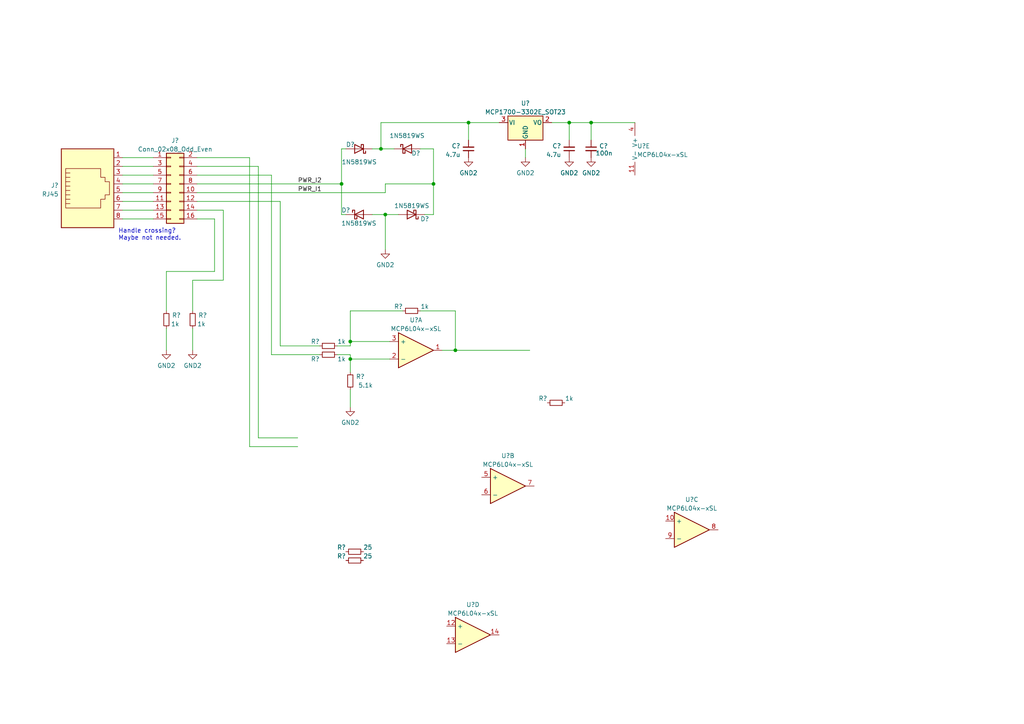
<source format=kicad_sch>
(kicad_sch (version 20211123) (generator eeschema)
  (paper "A4")
  (lib_symbols
    (symbol "Connector:RJ45" (pin_names (offset 1.016))
      (property "Reference" "J" (at -5.08 13.97 0))
      (property "Value" "RJ45" (at 2.54 13.97 0))
      (symbol "RJ45_0_1"
        (polyline (pts (xy -5.08 4.445) (xy -6.35 4.445)))
        (polyline (pts (xy -5.08 5.715) (xy -6.35 5.715)))
        (polyline (pts (xy -6.35 -3.175) (xy -5.08 -3.175) (xy -5.08 -3.175)))
        (polyline (pts (xy -6.35 -1.905) (xy -5.08 -1.905) (xy -5.08 -1.905)))
        (polyline (pts (xy -6.35 -0.635) (xy -5.08 -0.635) (xy -5.08 -0.635)))
        (polyline (pts (xy -6.35 0.635) (xy -5.08 0.635) (xy -5.08 0.635)))
        (polyline (pts (xy -6.35 1.905) (xy -5.08 1.905) (xy -5.08 1.905)))
        (polyline (pts (xy -5.08 3.175) (xy -6.35 3.175) (xy -6.35 3.175)))
        (polyline (pts (xy -6.35 -4.445) (xy -6.35 6.985) (xy 3.81 6.985) (xy 3.81 4.445) (xy 5.08 4.445) (xy 5.08 3.175) (xy 6.35 3.175) (xy 6.35 -0.635) (xy 5.08 -0.635) (xy 5.08 -1.905) (xy 3.81 -1.905) (xy 3.81 -4.445) (xy -6.35 -4.445) (xy -6.35 -4.445)))
        (rectangle (start 7.62 12.7) (end -7.62 -10.16) (stroke (width 0.254)) (fill (type background)))
      )
      (symbol "RJ45_1_1"
        (pin passive line (at 10.16 -7.62 180) (length 2.54) (name "~") (number "1"))
        (pin passive line (at 10.16 -5.08 180) (length 2.54) (name "~") (number "2"))
        (pin passive line (at 10.16 -2.54 180) (length 2.54) (name "~") (number "3"))
        (pin passive line (at 10.16 0 180) (length 2.54) (name "~") (number "4"))
        (pin passive line (at 10.16 2.54 180) (length 2.54) (name "~") (number "5"))
        (pin passive line (at 10.16 5.08 180) (length 2.54) (name "~") (number "6"))
        (pin passive line (at 10.16 7.62 180) (length 2.54) (name "~") (number "7"))
        (pin passive line (at 10.16 10.16 180) (length 2.54) (name "~") (number "8"))
      )
    )
    (symbol "Connector_Generic:Conn_02x08_Odd_Even" (pin_names (offset 1.016) hide)
      (property "Reference" "J" (at 1.27 10.16 0))
      (property "Value" "Conn_02x08_Odd_Even" (at 1.27 -12.7 0))
      (symbol "Conn_02x08_Odd_Even_1_1"
        (rectangle (start -1.27 -10.033) (end 0 -10.287) (stroke (width 0.1524)))
        (rectangle (start -1.27 -7.493) (end 0 -7.747) (stroke (width 0.1524)))
        (rectangle (start -1.27 -4.953) (end 0 -5.207) (stroke (width 0.1524)))
        (rectangle (start -1.27 -2.413) (end 0 -2.667) (stroke (width 0.1524)))
        (rectangle (start -1.27 0.127) (end 0 -0.127) (stroke (width 0.1524)))
        (rectangle (start -1.27 2.667) (end 0 2.413) (stroke (width 0.1524)))
        (rectangle (start -1.27 5.207) (end 0 4.953) (stroke (width 0.1524)))
        (rectangle (start -1.27 7.747) (end 0 7.493) (stroke (width 0.1524)))
        (rectangle (start -1.27 8.89) (end 3.81 -11.43) (stroke (width 0.254)) (fill (type background)))
        (rectangle (start 3.81 -10.033) (end 2.54 -10.287) (stroke (width 0.1524)))
        (rectangle (start 3.81 -7.493) (end 2.54 -7.747) (stroke (width 0.1524)))
        (rectangle (start 3.81 -4.953) (end 2.54 -5.207) (stroke (width 0.1524)))
        (rectangle (start 3.81 -2.413) (end 2.54 -2.667) (stroke (width 0.1524)))
        (rectangle (start 3.81 0.127) (end 2.54 -0.127) (stroke (width 0.1524)))
        (rectangle (start 3.81 2.667) (end 2.54 2.413) (stroke (width 0.1524)))
        (rectangle (start 3.81 5.207) (end 2.54 4.953) (stroke (width 0.1524)))
        (rectangle (start 3.81 7.747) (end 2.54 7.493) (stroke (width 0.1524)))
        (pin passive line (at -5.08 7.62 0) (length 3.81) (name "Pin_1") (number "1"))
        (pin passive line (at 7.62 -2.54 180) (length 3.81) (name "Pin_10") (number "10"))
        (pin passive line (at -5.08 -5.08 0) (length 3.81) (name "Pin_11") (number "11"))
        (pin passive line (at 7.62 -5.08 180) (length 3.81) (name "Pin_12") (number "12"))
        (pin passive line (at -5.08 -7.62 0) (length 3.81) (name "Pin_13") (number "13"))
        (pin passive line (at 7.62 -7.62 180) (length 3.81) (name "Pin_14") (number "14"))
        (pin passive line (at -5.08 -10.16 0) (length 3.81) (name "Pin_15") (number "15"))
        (pin passive line (at 7.62 -10.16 180) (length 3.81) (name "Pin_16") (number "16"))
        (pin passive line (at 7.62 7.62 180) (length 3.81) (name "Pin_2") (number "2"))
        (pin passive line (at -5.08 5.08 0) (length 3.81) (name "Pin_3") (number "3"))
        (pin passive line (at 7.62 5.08 180) (length 3.81) (name "Pin_4") (number "4"))
        (pin passive line (at -5.08 2.54 0) (length 3.81) (name "Pin_5") (number "5"))
        (pin passive line (at 7.62 2.54 180) (length 3.81) (name "Pin_6") (number "6"))
        (pin passive line (at -5.08 0 0) (length 3.81) (name "Pin_7") (number "7"))
        (pin passive line (at 7.62 0 180) (length 3.81) (name "Pin_8") (number "8"))
        (pin passive line (at -5.08 -2.54 0) (length 3.81) (name "Pin_9") (number "9"))
      )
    )
    (symbol "Device:C_Small" (pin_numbers hide) (pin_names (offset 0.254) hide)
      (property "Reference" "C" (at 0.254 1.778 0))
      (property "Value" "C_Small" (at 0.254 -2.032 0))
      (symbol "C_Small_0_1"
        (polyline (pts (xy -1.524 -0.508) (xy 1.524 -0.508)) (stroke (width 0.3302)))
        (polyline (pts (xy -1.524 0.508) (xy 1.524 0.508)) (stroke (width 0.3048)))
      )
      (symbol "C_Small_1_1"
        (pin passive line (at 0 2.54 270) (length 2.032) (name "~") (number "1"))
        (pin passive line (at 0 -2.54 90) (length 2.032) (name "~") (number "2"))
      )
    )
    (symbol "Device:D_Schottky" (pin_numbers hide) (pin_names (offset 1.016) hide)
      (property "Reference" "D" (at 0 2.54 0))
      (property "Value" "D_Schottky" (at 0 -2.54 0))
      (symbol "D_Schottky_0_1"
        (polyline (pts (xy 1.27 0) (xy -1.27 0)))
        (polyline (pts (xy 1.27 1.27) (xy 1.27 -1.27) (xy -1.27 0) (xy 1.27 1.27)) (stroke (width 0.254)))
        (polyline (pts (xy -1.905 0.635) (xy -1.905 1.27) (xy -1.27 1.27) (xy -1.27 -1.27) (xy -0.635 -1.27) (xy -0.635 -0.635)) (stroke (width 0.254)))
      )
      (symbol "D_Schottky_1_1"
        (pin passive line (at -3.81 0 0) (length 2.54) (name "K") (number "1"))
        (pin passive line (at 3.81 0 180) (length 2.54) (name "A") (number "2"))
      )
    )
    (symbol "Device:R_Small" (pin_numbers hide) (pin_names (offset 0.254) hide)
      (property "Reference" "R" (at 0.762 0.508 0))
      (property "Value" "R_Small" (at 0.762 -1.016 0))
      (symbol "R_Small_0_1"
        (rectangle (start -0.762 1.778) (end 0.762 -1.778) (stroke (width 0.2032)))
      )
      (symbol "R_Small_1_1"
        (pin passive line (at 0 2.54 270) (length 0.762) (name "~") (number "1"))
        (pin passive line (at 0 -2.54 90) (length 0.762) (name "~") (number "2"))
      )
    )
    (symbol "MCP6L04x-xSL_1"
      (property "Reference" "U" (at 0 3.81 0))
      (property "Value" "MCP6L04x-xSL_1" (at 0 -3.81 0))
      (symbol "MCP6L04x-xSL_1_1_1"
        (polyline (pts (xy -5.08 5.08) (xy 5.08 0) (xy -5.08 -5.08) (xy -5.08 5.08)) (stroke (width 0.254)) (fill (type background)))
        (pin output line (at 7.62 0 180) (length 2.54) (name "~") (number "1"))
        (pin input line (at -7.62 -2.54 0) (length 2.54) (name "-") (number "2"))
        (pin input line (at -7.62 2.54 0) (length 2.54) (name "+") (number "3"))
      )
      (symbol "MCP6L04x-xSL_1_2_1"
        (polyline (pts (xy -5.08 5.08) (xy 5.08 0) (xy -5.08 -5.08) (xy -5.08 5.08)) (stroke (width 0.254)) (fill (type background)))
        (pin input line (at -7.62 2.54 0) (length 2.54) (name "+") (number "5"))
        (pin input line (at -7.62 -2.54 0) (length 2.54) (name "-") (number "6"))
        (pin output line (at 7.62 0 180) (length 2.54) (name "~") (number "7"))
      )
      (symbol "MCP6L04x-xSL_1_3_1"
        (polyline (pts (xy -5.08 5.08) (xy 5.08 0) (xy -5.08 -5.08) (xy -5.08 5.08)) (stroke (width 0.254)) (fill (type background)))
        (pin input line (at -7.62 2.54 0) (length 2.54) (name "+") (number "10"))
        (pin output line (at 7.62 0 180) (length 2.54) (name "~") (number "8"))
        (pin input line (at -7.62 -2.54 0) (length 2.54) (name "-") (number "9"))
      )
      (symbol "MCP6L04x-xSL_1_4_1"
        (polyline (pts (xy -5.08 5.08) (xy 5.08 0) (xy -5.08 -5.08) (xy -5.08 5.08)) (stroke (width 0.254)) (fill (type background)))
        (pin input line (at -7.62 2.54 0) (length 2.54) (name "+") (number "12"))
        (pin input line (at -7.62 -2.54 0) (length 2.54) (name "-") (number "13"))
        (pin output line (at 7.62 0 180) (length 2.54) (name "~") (number "14"))
      )
      (symbol "MCP6L04x-xSL_1_5_1"
        (pin power_in line (at -2.54 -7.62 90) (length 3.81) (name "V-") (number "11"))
        (pin power_in line (at -2.54 7.62 270) (length 3.81) (name "V+") (number "4"))
      )
    )
    (symbol "Regulator_Linear:MCP1700-3302E_SOT23" (pin_names (offset 0.254))
      (property "Reference" "U" (at -3.81 3.175 0))
      (property "Value" "MCP1700-3302E_SOT23" (at 0 3.175 0))
      (symbol "MCP1700-3302E_SOT23_0_1"
        (rectangle (start -5.08 1.905) (end 5.08 -5.08) (stroke (width 0.254)) (fill (type background)))
      )
      (symbol "MCP1700-3302E_SOT23_1_1"
        (pin power_in line (at 0 -7.62 90) (length 2.54) (name "GND") (number "1"))
        (pin power_out line (at 7.62 0 180) (length 2.54) (name "VO") (number "2"))
        (pin power_in line (at -7.62 0 0) (length 2.54) (name "VI") (number "3"))
      )
    )
    (symbol "power:GND2" (power) (pin_names (offset 0))
      (property "Value" "GND2" (at 0 -3.81 0))
      (symbol "GND2_0_1"
        (polyline (pts (xy 0 0) (xy 0 -1.27) (xy 1.27 -1.27) (xy 0 -2.54) (xy -1.27 -1.27) (xy 0 -1.27)))
      )
      (symbol "GND2_1_1"
        (pin power_in line (at 0 0 270) (length 0) hide (name "GND2") (number "1"))
      )
    )
  )
  (junction (at 165.1 35.56))
  (junction (at 99.06 53.34))
  (junction (at 125.73 53.34))
  (junction (at 111.76 62.23))
  (junction (at 132.08 101.6))
  (junction (at 101.6 99.06))
  (junction (at 171.45 35.56))
  (junction (at 101.6 104.14))
  (junction (at 135.89 35.56))
  (junction (at 110.49 43.18))
  (wire (pts (xy 111.76 53.34) (xy 111.76 55.88)))
  (wire (pts (xy 107.95 62.23) (xy 111.76 62.23)))
  (wire (pts (xy 101.6 102.87) (xy 101.6 104.14)))
  (wire (pts (xy 35.56 53.34) (xy 44.45 53.34)))
  (wire (pts (xy 110.49 35.56) (xy 135.89 35.56)))
  (wire (pts (xy 125.73 43.18) (xy 125.73 53.34)))
  (wire (pts (xy 72.39 129.54) (xy 86.36 129.54)))
  (wire (pts (xy 97.79 102.87) (xy 101.6 102.87)))
  (wire (pts (xy 72.39 45.72) (xy 72.39 129.54)))
  (wire (pts (xy 62.23 63.5) (xy 62.23 78.74)))
  (wire (pts (xy 48.26 95.25) (xy 48.26 101.6)))
  (wire (pts (xy 35.56 60.96) (xy 44.45 60.96)))
  (wire (pts (xy 132.08 90.17) (xy 132.08 101.6)))
  (wire (pts (xy 125.73 53.34) (xy 111.76 53.34)))
  (wire (pts (xy 100.33 62.23) (xy 99.06 62.23)))
  (wire (pts (xy 78.74 50.8) (xy 78.74 102.87)))
  (wire (pts (xy 57.15 55.88) (xy 111.76 55.88)))
  (wire (pts (xy 57.15 48.26) (xy 74.93 48.26)))
  (wire (pts (xy 57.15 45.72) (xy 72.39 45.72)))
  (wire (pts (xy 132.08 101.6) (xy 128.27 101.6)))
  (wire (pts (xy 165.1 35.56) (xy 171.45 35.56)))
  (wire (pts (xy 97.79 100.33) (xy 101.6 100.33)))
  (wire (pts (xy 35.56 50.8) (xy 44.45 50.8)))
  (wire (pts (xy 135.89 35.56) (xy 135.89 40.64)))
  (wire (pts (xy 78.74 102.87) (xy 92.71 102.87)))
  (wire (pts (xy 107.95 43.18) (xy 110.49 43.18)))
  (wire (pts (xy 57.15 53.34) (xy 99.06 53.34)))
  (wire (pts (xy 121.92 43.18) (xy 125.73 43.18)))
  (wire (pts (xy 74.93 127) (xy 86.36 127)))
  (wire (pts (xy 165.1 35.56) (xy 160.02 35.56)))
  (wire (pts (xy 110.49 35.56) (xy 110.49 43.18)))
  (wire (pts (xy 81.28 100.33) (xy 92.71 100.33)))
  (wire (pts (xy 144.78 35.56) (xy 135.89 35.56)))
  (wire (pts (xy 171.45 35.56) (xy 184.15 35.56)))
  (wire (pts (xy 165.1 35.56) (xy 165.1 40.64)))
  (wire (pts (xy 48.26 78.74) (xy 48.26 90.17)))
  (wire (pts (xy 101.6 104.14) (xy 101.6 107.95)))
  (wire (pts (xy 111.76 62.23) (xy 111.76 72.39)))
  (wire (pts (xy 152.4 45.72) (xy 152.4 43.18)))
  (wire (pts (xy 64.77 60.96) (xy 64.77 81.28)))
  (wire (pts (xy 99.06 53.34) (xy 99.06 62.23)))
  (wire (pts (xy 57.15 58.42) (xy 81.28 58.42)))
  (wire (pts (xy 57.15 60.96) (xy 64.77 60.96)))
  (wire (pts (xy 171.45 35.56) (xy 171.45 40.64)))
  (wire (pts (xy 121.92 90.17) (xy 132.08 90.17)))
  (wire (pts (xy 64.77 81.28) (xy 55.88 81.28)))
  (wire (pts (xy 57.15 50.8) (xy 78.74 50.8)))
  (wire (pts (xy 35.56 55.88) (xy 44.45 55.88)))
  (wire (pts (xy 101.6 99.06) (xy 101.6 90.17)))
  (wire (pts (xy 55.88 95.25) (xy 55.88 101.6)))
  (wire (pts (xy 101.6 99.06) (xy 113.03 99.06)))
  (wire (pts (xy 101.6 113.03) (xy 101.6 118.11)))
  (wire (pts (xy 62.23 78.74) (xy 48.26 78.74)))
  (wire (pts (xy 99.06 43.18) (xy 99.06 53.34)))
  (wire (pts (xy 35.56 63.5) (xy 44.45 63.5)))
  (wire (pts (xy 57.15 63.5) (xy 62.23 63.5)))
  (wire (pts (xy 35.56 45.72) (xy 44.45 45.72)))
  (wire (pts (xy 101.6 104.14) (xy 113.03 104.14)))
  (wire (pts (xy 110.49 43.18) (xy 114.3 43.18)))
  (wire (pts (xy 99.06 43.18) (xy 100.33 43.18)))
  (wire (pts (xy 35.56 48.26) (xy 44.45 48.26)))
  (wire (pts (xy 55.88 81.28) (xy 55.88 90.17)))
  (wire (pts (xy 125.73 62.23) (xy 123.19 62.23)))
  (wire (pts (xy 125.73 53.34) (xy 125.73 62.23)))
  (wire (pts (xy 35.56 58.42) (xy 44.45 58.42)))
  (wire (pts (xy 115.57 62.23) (xy 111.76 62.23)))
  (wire (pts (xy 81.28 58.42) (xy 81.28 100.33)))
  (wire (pts (xy 101.6 90.17) (xy 116.84 90.17)))
  (wire (pts (xy 74.93 48.26) (xy 74.93 127)))
  (wire (pts (xy 101.6 100.33) (xy 101.6 99.06)))
  (wire (pts (xy 132.08 101.6) (xy 153.67 101.6)))
  (text "Handle crossing?\nMaybe not needed." (at 34.29 69.85 0) (effects (font (size 1.27 1.27)) (justify left bottom)))
  (label "PWR_I2" (at 86.36 53.34 0))
  (label "PWR_I1" (at 86.36 55.88 0))
  (symbol (lib_id "Device:R_Small") (at 102.87 160.02 270) (unit 1)
    (property "Reference" "R?" (at 99.06 158.75 90))
    (property "Value" "25" (at 106.68 158.75 90))
    (property "Footprint" "Resistor_SMD:R_0603_1608Metric_Pad0.98x0.95mm_HandSolder" (effects hide))
  )
  (symbol (lib_name "MCP6L04x-xSL_1") (lib_id "Amplifier_Operational:MCP6L04x-xSL") (at 137.16 184.15 0) (unit 4)
    (property "Reference" "U?" (at 137.16 175.3702 0))
    (property "Value" "MCP6L04x-xSL" (at 137.16 177.9071 0))
    (property "Footprint" "Package_SO:SOIC-14_3.9x8.7mm_P1.27mm" (effects hide))
    (property "Datasheet" "http://ww1.microchip.com/downloads/en/devicedoc/22140b.pdf" (effects hide))
  )
  (symbol (lib_id "power:GND2") (at 152.4 45.72 0) (unit 1)
    (property "Reference" "#PWR?" (effects hide))
    (property "Value" "GND2" (at 152.4 50.1634 0))
  )
  (symbol (lib_id "power:GND2") (at 101.6 118.11 0) (unit 1)
    (property "Reference" "#PWR?" (effects hide))
    (property "Value" "GND2" (at 101.6 122.5534 0))
  )
  (symbol (lib_id "Device:R_Small") (at 48.26 92.71 180) (unit 1)
    (property "Reference" "R?" (at 51.1769 91.44 0))
    (property "Value" "1k" (at 50.8 93.98 0))
    (property "Footprint" "Resistor_SMD:R_0603_1608Metric_Pad0.98x0.95mm_HandSolder" (effects hide))
  )
  (symbol (lib_id "power:GND2") (at 165.1 45.72 0) (unit 1)
    (property "Reference" "#PWR?" (effects hide))
    (property "Value" "GND2" (at 165.1 50.1634 0))
  )
  (symbol (lib_id "Device:C_Small") (at 165.1 43.18 0) (mirror x) (unit 1)
    (property "Reference" "C?" (at 162.776 42.3389 0) (effects (justify right)))
    (property "Value" "4.7u" (at 162.776 44.8758 0) (effects (justify right)))
    (property "Footprint" "Capacitor_SMD:C_0402_1005Metric" (effects hide))
  )
  (symbol (lib_id "power:GND2") (at 48.26 101.6 0) (unit 1)
    (property "Reference" "#PWR?" (effects hide))
    (property "Value" "GND2" (at 48.26 106.0434 0))
  )
  (symbol (lib_id "Device:D_Schottky") (at 104.14 62.23 0) (unit 1)
    (property "Reference" "D?" (at 101.6 60.96 0) (effects (justify right)))
    (property "Value" "1N5819WS" (at 109.22 64.77 0) (effects (justify right)))
    (property "Footprint" "Diode_SMD:D_SOD-323" (effects hide))
  )
  (symbol (lib_name "MCP6L04x-xSL_1") (lib_id "Amplifier_Operational:MCP6L04x-xSL") (at 186.69 43.18 0) (unit 5)
    (property "Reference" "U?" (at 184.785 42.3453 0) (effects (justify left)))
    (property "Value" "MCP6L04x-xSL" (at 184.785 44.8822 0) (effects (justify left)))
    (property "Footprint" "Package_SO:SOIC-14_3.9x8.7mm_P1.27mm" (effects hide))
    (property "Datasheet" "http://ww1.microchip.com/downloads/en/devicedoc/22140b.pdf" (effects hide))
  )
  (symbol (lib_id "Device:D_Schottky") (at 104.14 43.18 180) (unit 1)
    (property "Reference" "D?" (at 100.33 41.91 0) (effects (justify right)))
    (property "Value" "1N5819WS" (at 99.06 46.99 0) (effects (justify right)))
    (property "Footprint" "Diode_SMD:D_SOD-323" (effects hide))
  )
  (symbol (lib_id "Device:C_Small") (at 171.45 43.18 0) (unit 1)
    (property "Reference" "C?" (at 173.7741 42.3516 0) (effects (justify left)))
    (property "Value" "100n" (at 172.72 44.45 0) (effects (justify left)))
    (property "Footprint" "Capacitor_SMD:C_0402_1005Metric" (effects hide))
  )
  (symbol (lib_id "Device:D_Schottky") (at 118.11 43.18 0) (unit 1)
    (property "Reference" "D?" (at 121.92 44.45 0) (effects (justify right)))
    (property "Value" "1N5819WS" (at 123.19 39.37 0) (effects (justify right)))
    (property "Footprint" "Diode_SMD:D_SOD-323" (effects hide))
  )
  (symbol (lib_name "MCP6L04x-xSL_1") (lib_id "Amplifier_Operational:MCP6L04x-xSL") (at 200.66 153.67 0) (unit 3)
    (property "Reference" "U?" (at 200.66 144.8902 0))
    (property "Value" "MCP6L04x-xSL" (at 200.66 147.4271 0))
    (property "Footprint" "Package_SO:SOIC-14_3.9x8.7mm_P1.27mm" (effects hide))
    (property "Datasheet" "http://ww1.microchip.com/downloads/en/devicedoc/22140b.pdf" (effects hide))
  )
  (symbol (lib_id "Device:R_Small") (at 102.87 162.56 270) (unit 1)
    (property "Reference" "R?" (at 99.06 161.29 90))
    (property "Value" "25" (at 106.68 161.29 90))
    (property "Footprint" "Resistor_SMD:R_0603_1608Metric_Pad0.98x0.95mm_HandSolder" (effects hide))
  )
  (symbol (lib_id "Device:C_Small") (at 135.89 43.18 0) (mirror x) (unit 1)
    (property "Reference" "C?" (at 133.566 42.3389 0) (effects (justify right)))
    (property "Value" "4.7u" (at 133.566 44.8758 0) (effects (justify right)))
    (property "Footprint" "Capacitor_SMD:C_0402_1005Metric" (effects hide))
  )
  (symbol (lib_id "power:GND2") (at 171.45 45.72 0) (unit 1)
    (property "Reference" "#PWR?" (effects hide))
    (property "Value" "GND2" (at 171.45 50.1634 0))
  )
  (symbol (lib_id "Device:R_Small") (at 95.25 100.33 270) (unit 1)
    (property "Reference" "R?" (at 91.44 99.06 90))
    (property "Value" "1k" (at 99.06 99.06 90))
    (property "Footprint" "Resistor_SMD:R_0603_1608Metric_Pad0.98x0.95mm_HandSolder" (effects hide))
  )
  (symbol (lib_id "Device:R_Small") (at 101.6 110.49 180) (unit 1)
    (property "Reference" "R?" (at 104.5169 109.22 0))
    (property "Value" "5.1k" (at 106.022 111.76 0))
    (property "Footprint" "Resistor_SMD:R_0603_1608Metric_Pad0.98x0.95mm_HandSolder" (effects hide))
  )
  (symbol (lib_id "power:GND2") (at 55.88 101.6 0) (unit 1)
    (property "Reference" "#PWR?" (effects hide))
    (property "Value" "GND2" (at 55.88 106.0434 0))
  )
  (symbol (lib_id "Connector:RJ45") (at 25.4 53.34 0) (mirror x) (unit 1)
    (property "Reference" "J?" (at 17.0181 53.7753 0) (effects (justify right)))
    (property "Value" "RJ45" (at 17.0181 56.3122 0) (effects (justify right)))
  )
  (symbol (lib_id "Device:D_Schottky") (at 119.38 62.23 180) (unit 1)
    (property "Reference" "D?" (at 121.92 63.5 0) (effects (justify right)))
    (property "Value" "1N5819WS" (at 114.3 59.69 0) (effects (justify right)))
    (property "Footprint" "Diode_SMD:D_SOD-323" (effects hide))
  )
  (symbol (lib_id "Device:R_Small") (at 119.38 90.17 270) (unit 1)
    (property "Reference" "R?" (at 115.57 88.9 90))
    (property "Value" "1k" (at 123.19 88.9 90))
    (property "Footprint" "Resistor_SMD:R_0603_1608Metric_Pad0.98x0.95mm_HandSolder" (effects hide))
  )
  (symbol (lib_id "Device:R_Small") (at 161.29 116.84 270) (unit 1)
    (property "Reference" "R?" (at 157.48 115.57 90))
    (property "Value" "1k" (at 165.1 115.57 90))
    (property "Footprint" "Resistor_SMD:R_0603_1608Metric_Pad0.98x0.95mm_HandSolder" (effects hide))
  )
  (symbol (lib_name "MCP6L04x-xSL_1") (lib_id "Amplifier_Operational:MCP6L04x-xSL") (at 120.65 101.6 0) (unit 1)
    (property "Reference" "U?" (at 120.65 92.8202 0))
    (property "Value" "MCP6L04x-xSL" (at 120.65 95.3571 0))
    (property "Footprint" "Package_SO:SOIC-14_3.9x8.7mm_P1.27mm" (effects hide))
    (property "Datasheet" "http://ww1.microchip.com/downloads/en/devicedoc/22140b.pdf" (effects hide))
  )
  (symbol (lib_id "Regulator_Linear:MCP1700-3302E_SOT23") (at 152.4 35.56 0) (unit 1)
    (property "Reference" "U?" (at 152.4 29.9552 0))
    (property "Value" "MCP1700-3302E_SOT23" (at 152.4 32.4921 0))
    (property "Footprint" "Package_TO_SOT_SMD:SOT-23" (effects hide))
    (property "Datasheet" "http://ww1.microchip.com/downloads/en/DeviceDoc/20001826D.pdf" (effects hide))
  )
  (symbol (lib_id "Device:R_Small") (at 95.25 102.87 270) (mirror x) (unit 1)
    (property "Reference" "R?" (at 91.44 104.14 90))
    (property "Value" "1k" (at 99.06 104.14 90))
    (property "Footprint" "Resistor_SMD:R_0603_1608Metric_Pad0.98x0.95mm_HandSolder" (effects hide))
  )
  (symbol (lib_id "Connector_Generic:Conn_02x08_Odd_Even") (at 49.53 53.34 0) (unit 1)
    (property "Reference" "J?" (at 50.8 40.7502 0))
    (property "Value" "Conn_02x08_Odd_Even" (at 50.8 43.2871 0))
  )
  (symbol (lib_id "Device:R_Small") (at 55.88 92.71 180) (unit 1)
    (property "Reference" "R?" (at 58.7969 91.44 0))
    (property "Value" "1k" (at 58.42 93.98 0))
    (property "Footprint" "Resistor_SMD:R_0603_1608Metric_Pad0.98x0.95mm_HandSolder" (effects hide))
  )
  (symbol (lib_name "MCP6L04x-xSL_1") (lib_id "Amplifier_Operational:MCP6L04x-xSL") (at 147.32 140.97 0) (unit 2)
    (property "Reference" "U?" (at 147.32 132.1902 0))
    (property "Value" "MCP6L04x-xSL" (at 147.32 134.7271 0))
    (property "Footprint" "Package_SO:SOIC-14_3.9x8.7mm_P1.27mm" (effects hide))
    (property "Datasheet" "http://ww1.microchip.com/downloads/en/devicedoc/22140b.pdf" (effects hide))
  )
  (symbol (lib_id "power:GND2") (at 111.76 72.39 0) (unit 1)
    (property "Reference" "#PWR?" (effects hide))
    (property "Value" "GND2" (at 111.76 76.8334 0))
  )
  (symbol (lib_id "power:GND2") (at 135.89 45.72 0) (unit 1)
    (property "Reference" "#PWR?" (effects hide))
    (property "Value" "GND2" (at 135.89 50.1634 0))
  )
)
</source>
